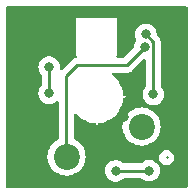
<source format=gtl>
%TF.GenerationSoftware,KiCad,Pcbnew,8.0.5*%
%TF.CreationDate,2024-09-21T17:11:46+02:00*%
%TF.ProjectId,keycap,6b657963-6170-42e6-9b69-6361645f7063,rev?*%
%TF.SameCoordinates,Original*%
%TF.FileFunction,Copper,L1,Top*%
%TF.FilePolarity,Positive*%
%FSLAX46Y46*%
G04 Gerber Fmt 4.6, Leading zero omitted, Abs format (unit mm)*
G04 Created by KiCad (PCBNEW 8.0.5) date 2024-09-21 17:11:46*
%MOMM*%
%LPD*%
G01*
G04 APERTURE LIST*
%TA.AperFunction,ComponentPad*%
%ADD10C,2.200000*%
%TD*%
%TA.AperFunction,ViaPad*%
%ADD11C,0.800000*%
%TD*%
%TA.AperFunction,Conductor*%
%ADD12C,0.250000*%
%TD*%
%TA.AperFunction,Conductor*%
%ADD13C,0.300000*%
%TD*%
G04 APERTURE END LIST*
D10*
X118579900Y-118338600D03*
X124929900Y-115798600D03*
D11*
X123402600Y-114997400D03*
X119750000Y-116342160D03*
X122900000Y-117067500D03*
X117000000Y-107500000D03*
X117100000Y-110750000D03*
X117100000Y-113000000D03*
X125925000Y-113075000D03*
X125300000Y-108000000D03*
X125560000Y-119532218D03*
X122750000Y-119550000D03*
X125200000Y-109100000D03*
D12*
X122750000Y-119550000D02*
X125542218Y-119550000D01*
X125542218Y-119550000D02*
X125560000Y-119532218D01*
X117100000Y-110750000D02*
X117100000Y-113000000D01*
X125200000Y-109100000D02*
X123700000Y-110600000D01*
X118550000Y-111550000D02*
X118550000Y-118308700D01*
X123700000Y-110600000D02*
X119500000Y-110600000D01*
X119500000Y-110600000D02*
X118550000Y-111550000D01*
X118550000Y-118308700D02*
X118579900Y-118338600D01*
D13*
X122100000Y-116342160D02*
X119750000Y-116342160D01*
D12*
X118579900Y-118338600D02*
X118579900Y-118389400D01*
D13*
X123402600Y-114997400D02*
X123402600Y-115039560D01*
X123402600Y-115039560D02*
X122100000Y-116342160D01*
D12*
X122900000Y-117067500D02*
X122825340Y-117067500D01*
D13*
X122825340Y-117067500D02*
X122100000Y-116342160D01*
D12*
X125300000Y-108000000D02*
X125925000Y-108625000D01*
X125925000Y-108625000D02*
X125925000Y-113075000D01*
X127050800Y-118414800D02*
X127050800Y-118414800D01*
%TA.AperFunction,Conductor*%
G36*
X128708120Y-105623022D02*
G01*
X128776234Y-105643038D01*
X128822715Y-105696703D01*
X128834091Y-105749084D01*
X128826647Y-120869780D01*
X128806611Y-120937891D01*
X128752933Y-120984357D01*
X128700632Y-120995718D01*
X113587625Y-120993880D01*
X113519506Y-120973870D01*
X113473020Y-120920208D01*
X113461640Y-120867880D01*
X113461640Y-110750000D01*
X116186496Y-110750000D01*
X116206457Y-110939927D01*
X116232378Y-111019702D01*
X116265473Y-111121556D01*
X116360960Y-111286944D01*
X116434137Y-111368215D01*
X116464853Y-111432220D01*
X116466500Y-111452524D01*
X116466500Y-112297474D01*
X116446498Y-112365595D01*
X116434137Y-112381784D01*
X116360957Y-112463059D01*
X116265476Y-112628438D01*
X116265473Y-112628445D01*
X116206457Y-112810072D01*
X116186496Y-113000000D01*
X116206457Y-113189927D01*
X116215767Y-113218578D01*
X116265473Y-113371556D01*
X116293841Y-113420691D01*
X116360958Y-113536941D01*
X116360965Y-113536951D01*
X116488744Y-113678864D01*
X116488747Y-113678866D01*
X116643248Y-113791118D01*
X116817712Y-113868794D01*
X117004513Y-113908500D01*
X117195487Y-113908500D01*
X117382288Y-113868794D01*
X117556752Y-113791118D01*
X117711253Y-113678866D01*
X117711253Y-113678865D01*
X117716439Y-113675098D01*
X117783307Y-113651240D01*
X117852458Y-113667320D01*
X117901938Y-113718234D01*
X117916500Y-113777034D01*
X117916500Y-116788562D01*
X117896498Y-116856683D01*
X117851180Y-116897682D01*
X117851619Y-116898398D01*
X117847809Y-116900732D01*
X117847704Y-116900828D01*
X117847404Y-116900980D01*
X117631525Y-117033271D01*
X117439002Y-117197702D01*
X117274571Y-117390225D01*
X117142283Y-117606099D01*
X117045394Y-117840010D01*
X117004352Y-118010967D01*
X116986291Y-118086197D01*
X116966426Y-118338600D01*
X116986291Y-118591003D01*
X116988352Y-118599587D01*
X117045394Y-118837189D01*
X117118241Y-119013056D01*
X117142284Y-119071102D01*
X117274572Y-119286976D01*
X117439002Y-119479498D01*
X117631524Y-119643928D01*
X117847398Y-119776216D01*
X118081309Y-119873105D01*
X118327497Y-119932209D01*
X118579900Y-119952074D01*
X118832303Y-119932209D01*
X119078491Y-119873105D01*
X119312402Y-119776216D01*
X119528276Y-119643928D01*
X119638251Y-119550000D01*
X121836496Y-119550000D01*
X121856457Y-119739927D01*
X121886526Y-119832470D01*
X121915473Y-119921556D01*
X121915476Y-119921561D01*
X122010958Y-120086941D01*
X122010965Y-120086951D01*
X122138744Y-120228864D01*
X122138747Y-120228866D01*
X122293248Y-120341118D01*
X122467712Y-120418794D01*
X122654513Y-120458500D01*
X122845487Y-120458500D01*
X123032288Y-120418794D01*
X123206752Y-120341118D01*
X123361253Y-120228866D01*
X123364563Y-120225190D01*
X123425009Y-120187950D01*
X123458200Y-120183500D01*
X124869841Y-120183500D01*
X124937962Y-120203502D01*
X124943902Y-120207564D01*
X124948747Y-120211084D01*
X125103248Y-120323336D01*
X125277712Y-120401012D01*
X125464513Y-120440718D01*
X125655487Y-120440718D01*
X125842288Y-120401012D01*
X126016752Y-120323336D01*
X126171253Y-120211084D01*
X126171255Y-120211082D01*
X126299034Y-120069169D01*
X126299035Y-120069167D01*
X126299040Y-120069162D01*
X126394527Y-119903774D01*
X126453542Y-119722146D01*
X126473504Y-119532218D01*
X126453542Y-119342290D01*
X126394527Y-119160662D01*
X126299040Y-118995274D01*
X126299038Y-118995272D01*
X126299034Y-118995266D01*
X126171255Y-118853353D01*
X126016752Y-118741100D01*
X125842288Y-118663424D01*
X125655487Y-118623718D01*
X125464513Y-118623718D01*
X125277711Y-118663424D01*
X125103247Y-118741100D01*
X124948744Y-118853353D01*
X124929425Y-118874810D01*
X124868979Y-118912050D01*
X124835789Y-118916500D01*
X123458200Y-118916500D01*
X123390079Y-118896498D01*
X123364563Y-118874810D01*
X123361252Y-118871133D01*
X123206752Y-118758882D01*
X123032288Y-118681206D01*
X122845487Y-118641500D01*
X122654513Y-118641500D01*
X122467711Y-118681206D01*
X122293247Y-118758882D01*
X122138744Y-118871135D01*
X122010965Y-119013048D01*
X122010958Y-119013058D01*
X121915476Y-119178438D01*
X121915473Y-119178445D01*
X121856457Y-119360072D01*
X121836496Y-119550000D01*
X119638251Y-119550000D01*
X119720798Y-119479498D01*
X119885228Y-119286976D01*
X120017516Y-119071102D01*
X120114405Y-118837191D01*
X120173509Y-118591003D01*
X120192288Y-118352403D01*
X126417300Y-118352403D01*
X126417300Y-118352406D01*
X126417300Y-118477194D01*
X126441645Y-118599585D01*
X126489400Y-118714875D01*
X126558729Y-118818633D01*
X126646967Y-118906871D01*
X126750725Y-118976200D01*
X126866015Y-119023955D01*
X126988406Y-119048300D01*
X126988407Y-119048300D01*
X127113193Y-119048300D01*
X127113194Y-119048300D01*
X127235585Y-119023955D01*
X127350875Y-118976200D01*
X127454633Y-118906871D01*
X127542871Y-118818633D01*
X127612200Y-118714875D01*
X127659955Y-118599585D01*
X127684300Y-118477194D01*
X127684300Y-118352406D01*
X127659955Y-118230015D01*
X127612200Y-118114725D01*
X127542871Y-118010967D01*
X127454633Y-117922729D01*
X127350875Y-117853400D01*
X127235585Y-117805645D01*
X127161886Y-117790985D01*
X127113196Y-117781300D01*
X127113194Y-117781300D01*
X126988406Y-117781300D01*
X126988403Y-117781300D01*
X126915368Y-117795828D01*
X126866015Y-117805645D01*
X126866013Y-117805645D01*
X126866012Y-117805646D01*
X126750723Y-117853401D01*
X126646971Y-117922726D01*
X126646964Y-117922731D01*
X126558731Y-118010964D01*
X126558726Y-118010971D01*
X126489401Y-118114723D01*
X126441646Y-118230012D01*
X126417300Y-118352403D01*
X120192288Y-118352403D01*
X120193374Y-118338600D01*
X120173509Y-118086197D01*
X120114405Y-117840009D01*
X120017516Y-117606098D01*
X119885228Y-117390224D01*
X119720798Y-117197702D01*
X119528276Y-117033272D01*
X119312402Y-116900984D01*
X119296888Y-116894558D01*
X119261280Y-116879808D01*
X119206000Y-116835259D01*
X119183580Y-116767896D01*
X119183500Y-116763400D01*
X119183500Y-114803069D01*
X119203502Y-114734948D01*
X119257158Y-114688455D01*
X119327432Y-114678351D01*
X119392012Y-114707845D01*
X119409463Y-114726366D01*
X119424248Y-114745635D01*
X119424265Y-114745654D01*
X119632845Y-114954234D01*
X119632866Y-114954253D01*
X119866902Y-115133835D01*
X119866909Y-115133840D01*
X120122380Y-115281336D01*
X120122384Y-115281337D01*
X120122393Y-115281343D01*
X120394948Y-115394239D01*
X120679907Y-115470593D01*
X120679911Y-115470593D01*
X120679913Y-115470594D01*
X120730243Y-115477219D01*
X120972394Y-115509100D01*
X120972402Y-115509100D01*
X120972546Y-115509119D01*
X121037473Y-115537841D01*
X121076565Y-115597106D01*
X121082100Y-115634041D01*
X121082100Y-115809999D01*
X121111680Y-115839579D01*
X121111682Y-115839580D01*
X121153518Y-115839580D01*
X121183100Y-115809998D01*
X121183100Y-115798600D01*
X123316426Y-115798600D01*
X123336291Y-116051002D01*
X123395394Y-116297189D01*
X123395395Y-116297191D01*
X123492284Y-116531102D01*
X123624572Y-116746976D01*
X123789002Y-116939498D01*
X123981524Y-117103928D01*
X124197398Y-117236216D01*
X124431309Y-117333105D01*
X124677497Y-117392209D01*
X124929900Y-117412074D01*
X125182303Y-117392209D01*
X125428491Y-117333105D01*
X125662402Y-117236216D01*
X125878276Y-117103928D01*
X126070798Y-116939498D01*
X126235228Y-116746976D01*
X126367516Y-116531102D01*
X126464405Y-116297191D01*
X126523509Y-116051003D01*
X126543374Y-115798600D01*
X126523509Y-115546197D01*
X126464405Y-115300009D01*
X126367516Y-115066098D01*
X126235228Y-114850224D01*
X126070798Y-114657702D01*
X125878276Y-114493272D01*
X125662402Y-114360984D01*
X125428491Y-114264095D01*
X125428489Y-114264094D01*
X125260077Y-114223662D01*
X125182303Y-114204991D01*
X124929900Y-114185126D01*
X124677497Y-114204991D01*
X124431310Y-114264094D01*
X124197399Y-114360983D01*
X123981525Y-114493271D01*
X123789002Y-114657702D01*
X123624571Y-114850225D01*
X123492283Y-115066099D01*
X123395394Y-115300010D01*
X123336291Y-115546197D01*
X123316426Y-115798600D01*
X121183100Y-115798600D01*
X121183100Y-115630697D01*
X121203102Y-115562576D01*
X121256758Y-115516083D01*
X121292647Y-115505776D01*
X121540578Y-115473135D01*
X121559886Y-115470594D01*
X121559886Y-115470593D01*
X121559893Y-115470593D01*
X121844852Y-115394239D01*
X122117407Y-115281343D01*
X122372894Y-115133838D01*
X122606942Y-114954246D01*
X122815546Y-114745642D01*
X122995138Y-114511594D01*
X123142643Y-114256107D01*
X123255539Y-113983552D01*
X123331893Y-113698593D01*
X123364735Y-113449133D01*
X123393457Y-113384207D01*
X123452722Y-113345115D01*
X123489657Y-113339580D01*
X123653518Y-113339580D01*
X123683100Y-113309998D01*
X123683100Y-113268162D01*
X123683099Y-113268160D01*
X123653519Y-113238580D01*
X123653518Y-113238580D01*
X123496400Y-113238580D01*
X123428279Y-113218578D01*
X123381786Y-113164922D01*
X123370969Y-113115197D01*
X123370670Y-113115217D01*
X123370538Y-113113218D01*
X123370400Y-113112580D01*
X123370400Y-113111101D01*
X123370400Y-113111094D01*
X123331893Y-112818607D01*
X123255539Y-112533648D01*
X123142643Y-112261093D01*
X123142637Y-112261084D01*
X123142636Y-112261080D01*
X122995140Y-112005609D01*
X122995135Y-112005602D01*
X122815553Y-111771566D01*
X122815534Y-111771545D01*
X122606954Y-111562965D01*
X122606933Y-111562946D01*
X122472070Y-111459462D01*
X122430203Y-111402124D01*
X122425981Y-111331253D01*
X122460745Y-111269350D01*
X122523458Y-111236069D01*
X122548774Y-111233500D01*
X123762393Y-111233500D01*
X123762394Y-111233500D01*
X123884785Y-111209155D01*
X124000075Y-111161400D01*
X124103833Y-111092071D01*
X125076405Y-110119499D01*
X125138717Y-110085473D01*
X125209532Y-110090538D01*
X125266368Y-110133085D01*
X125291179Y-110199605D01*
X125291500Y-110208594D01*
X125291500Y-112372474D01*
X125271498Y-112440595D01*
X125259137Y-112456784D01*
X125185957Y-112538059D01*
X125090476Y-112703438D01*
X125090473Y-112703445D01*
X125031457Y-112885072D01*
X125011496Y-113075000D01*
X125031457Y-113264927D01*
X125061526Y-113357470D01*
X125090473Y-113446556D01*
X125118841Y-113495691D01*
X125185958Y-113611941D01*
X125185965Y-113611951D01*
X125313744Y-113753864D01*
X125313747Y-113753866D01*
X125468248Y-113866118D01*
X125642712Y-113943794D01*
X125829513Y-113983500D01*
X126020487Y-113983500D01*
X126207288Y-113943794D01*
X126381752Y-113866118D01*
X126536253Y-113753866D01*
X126607176Y-113675098D01*
X126664034Y-113611951D01*
X126664035Y-113611949D01*
X126664040Y-113611944D01*
X126759527Y-113446556D01*
X126818542Y-113264928D01*
X126838504Y-113075000D01*
X126818542Y-112885072D01*
X126759527Y-112703444D01*
X126664040Y-112538056D01*
X126590863Y-112456784D01*
X126560146Y-112392776D01*
X126558500Y-112372474D01*
X126558500Y-108562607D01*
X126558499Y-108562603D01*
X126554399Y-108541991D01*
X126534155Y-108440215D01*
X126486400Y-108324925D01*
X126417071Y-108221167D01*
X126328833Y-108132929D01*
X126247122Y-108051218D01*
X126213096Y-107988906D01*
X126210907Y-107975293D01*
X126193542Y-107810072D01*
X126134527Y-107628444D01*
X126039040Y-107463056D01*
X126039038Y-107463054D01*
X126039034Y-107463048D01*
X125911255Y-107321135D01*
X125756752Y-107208882D01*
X125582288Y-107131206D01*
X125395487Y-107091500D01*
X125204513Y-107091500D01*
X125017711Y-107131206D01*
X124843247Y-107208882D01*
X124688744Y-107321135D01*
X124560965Y-107463048D01*
X124560958Y-107463058D01*
X124465476Y-107628438D01*
X124465473Y-107628445D01*
X124406457Y-107810072D01*
X124386496Y-108000000D01*
X124406457Y-108189927D01*
X124435424Y-108279077D01*
X124465473Y-108371556D01*
X124465474Y-108371558D01*
X124465475Y-108371560D01*
X124485303Y-108405904D01*
X124502041Y-108474900D01*
X124478820Y-108541991D01*
X124469824Y-108553211D01*
X124460957Y-108563059D01*
X124365476Y-108728438D01*
X124365473Y-108728445D01*
X124306457Y-108910072D01*
X124289092Y-109075292D01*
X124262079Y-109140949D01*
X124252878Y-109151216D01*
X123474501Y-109929595D01*
X123412188Y-109963620D01*
X123385405Y-109966500D01*
X122909109Y-109966500D01*
X122840988Y-109946498D01*
X122794495Y-109892842D01*
X122784391Y-109822568D01*
X122813885Y-109757988D01*
X122820014Y-109751405D01*
X122850499Y-109720919D01*
X122850500Y-109720918D01*
X122850500Y-106679082D01*
X122850499Y-106679080D01*
X122820919Y-106649500D01*
X122820918Y-106649500D01*
X119420918Y-106649500D01*
X119379082Y-106649500D01*
X119379080Y-106649500D01*
X119349500Y-106679080D01*
X119349500Y-109720919D01*
X119396804Y-109768223D01*
X119396005Y-109769021D01*
X119421894Y-109789884D01*
X119444314Y-109857248D01*
X119426755Y-109926039D01*
X119374793Y-109974417D01*
X119342978Y-109985322D01*
X119315215Y-109990845D01*
X119315214Y-109990845D01*
X119315211Y-109990846D01*
X119199923Y-110038601D01*
X119096171Y-110107926D01*
X119096169Y-110107927D01*
X118213354Y-110990742D01*
X118151042Y-111024767D01*
X118080226Y-111019702D01*
X118023391Y-110977155D01*
X117998580Y-110910635D01*
X117998948Y-110888484D01*
X118013504Y-110750000D01*
X117993542Y-110560072D01*
X117934527Y-110378444D01*
X117839040Y-110213056D01*
X117839038Y-110213054D01*
X117839034Y-110213048D01*
X117711255Y-110071135D01*
X117556752Y-109958882D01*
X117382288Y-109881206D01*
X117195487Y-109841500D01*
X117004513Y-109841500D01*
X116817711Y-109881206D01*
X116643247Y-109958882D01*
X116488744Y-110071135D01*
X116360965Y-110213048D01*
X116360958Y-110213058D01*
X116265476Y-110378438D01*
X116265473Y-110378445D01*
X116206457Y-110560072D01*
X116186496Y-110750000D01*
X113461640Y-110750000D01*
X113461640Y-105745896D01*
X113481642Y-105677775D01*
X113535298Y-105631282D01*
X113587665Y-105619896D01*
X128708120Y-105623022D01*
G37*
%TD.AperFunction*%
M02*

</source>
